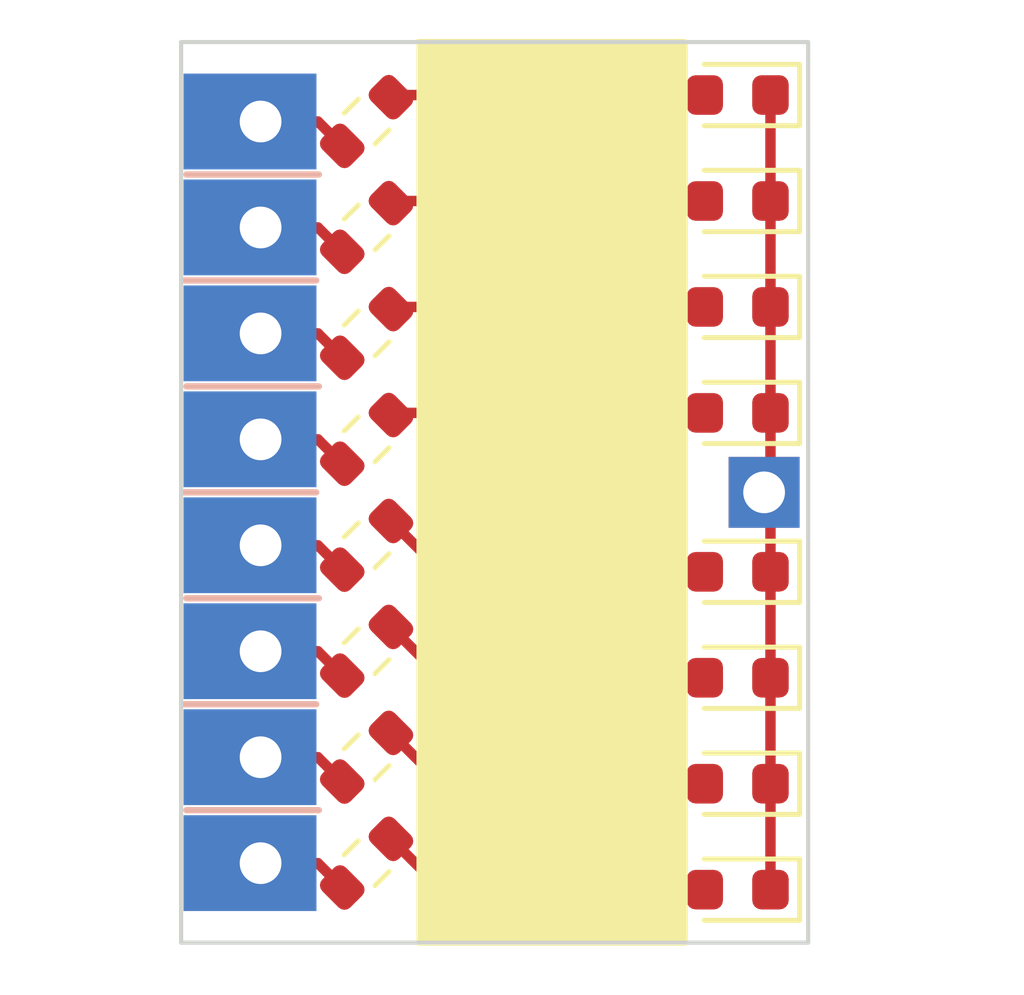
<source format=kicad_pcb>
(kicad_pcb (version 20221018) (generator pcbnew)
  (layers (0 "F.Cu" signal) (31 "B.Cu" signal) (34 "B.Paste" user) (35 "F.Paste" user) (36 "B.SilkS" user "B.Silkscreen") (37 "F.SilkS" user "F.Silkscreen") (38 "B.Mask" user) (39 "F.Mask" user) (44 "Edge.Cuts" user))
  (net 0 "")
  (net 1 "Net-(D1-K)")
  (net 2 "Net-(D1-A)")
  (net 3 "Net-(D2-A)")
  (net 4 "Net-(D3-A)")
  (net 5 "Net-(D4-A)")
  (net 6 "Net-(D5-A)")
  (net 7 "Net-(D6-A)")
  (net 8 "Net-(D7-A)")
  (net 9 "Net-(D8-A)")
  (net 10 "Net-(J1-Pin_1)")
  (net 11 "Net-(J1-Pin_2)")
  (net 12 "Net-(J1-Pin_3)")
  (net 13 "Net-(J1-Pin_4)")
  (net 14 "Net-(J1-Pin_5)")
  (net 15 "Net-(J1-Pin_6)")
  (net 16 "Net-(J1-Pin_7)")
  (net 17 "Net-(J1-Pin_8)")
  (footprint "Resistor_SMD:R_0603_1608Metric" (layer "F.Cu") (at 109.22 118.11 45)
    (fp_text reference "R8" hide)
    (fp_text value "R")
    (fp_line (start -0.237258 -0.5225) (end 0.237258 -0.5225) (stroke (width 0.12)) (layer "F.SilkS"))
    (fp_line (start -0.237258 0.5225) (end 0.237258 0.5225) (stroke (width 0.12)) (layer "F.SilkS"))
    (pad "1" smd roundrect (at -0.825 0 45) (size 0.8 0.95) (layers "F.Cu" "F.Paste" "F.Mask") (net 17 "Net-(J1-Pin_8)"))
    (pad "2" smd roundrect (at 0.825 0 45) (size 0.8 0.95) (layers "F.Cu" "F.Paste" "F.Mask") (net 9 "Net-(D8-A)"))
  )
  (footprint "Resistor_SMD:R_0603_1608Metric" (layer "F.Cu") (at 109.22 113.03 45)
    (fp_text reference "R6" hide)
    (fp_text value "R")
    (fp_line (start -0.237258 -0.5225) (end 0.237258 -0.5225) (stroke (width 0.12)) (layer "F.SilkS"))
    (fp_line (start -0.237258 0.5225) (end 0.237258 0.5225) (stroke (width 0.12)) (layer "F.SilkS"))
    (pad "1" smd roundrect (at -0.825 0 45) (size 0.8 0.95) (layers "F.Cu" "F.Paste" "F.Mask") (net 15 "Net-(J1-Pin_6)"))
    (pad "2" smd roundrect (at 0.825 0 45) (size 0.8 0.95) (layers "F.Cu" "F.Paste" "F.Mask") (net 7 "Net-(D6-A)"))
  )
  (footprint "Resistor_SMD:R_0603_1608Metric" (layer "F.Cu") (at 109.22 105.41 45)
    (fp_text reference "R3" hide)
    (fp_text value "R")
    (fp_line (start -0.237258 -0.5225) (end 0.237258 -0.5225) (stroke (width 0.12)) (layer "F.SilkS"))
    (fp_line (start -0.237258 0.5225) (end 0.237258 0.5225) (stroke (width 0.12)) (layer "F.SilkS"))
    (pad "1" smd roundrect (at -0.825 0 45) (size 0.8 0.95) (layers "F.Cu" "F.Paste" "F.Mask") (net 12 "Net-(J1-Pin_3)"))
    (pad "2" smd roundrect (at 0.825 0 45) (size 0.8 0.95) (layers "F.Cu" "F.Paste" "F.Mask") (net 4 "Net-(D3-A)"))
  )
  (footprint "Resistor_SMD:R_0603_1608Metric" (layer "F.Cu") (at 109.22 110.49 45)
    (fp_text reference "R5" hide)
    (fp_text value "R")
    (fp_line (start -0.237258 -0.5225) (end 0.237258 -0.5225) (stroke (width 0.12)) (layer "F.SilkS"))
    (fp_line (start -0.237258 0.5225) (end 0.237258 0.5225) (stroke (width 0.12)) (layer "F.SilkS"))
    (pad "1" smd roundrect (at -0.825 0 45) (size 0.8 0.95) (layers "F.Cu" "F.Paste" "F.Mask") (net 14 "Net-(J1-Pin_5)"))
    (pad "2" smd roundrect (at 0.825 0 45) (size 0.8 0.95) (layers "F.Cu" "F.Paste" "F.Mask") (net 6 "Net-(D5-A)"))
  )
  (footprint "LED_SMD:LED_0603_1608Metric" (layer "F.Cu") (at 118.11 102.235 180)
    (fp_text reference "D2" hide)
    (fp_text value "LED_Small")
    (fp_line (start -1.485 -0.735) (end -1.485 0.735) (stroke (width 0.12)) (layer "F.SilkS"))
    (fp_line (start -1.485 0.735) (end 0.8 0.735) (stroke (width 0.12)) (layer "F.SilkS"))
    (fp_line (start 0.8 -0.735) (end -1.485 -0.735) (stroke (width 0.12)) (layer "F.SilkS"))
    (pad "1" smd roundrect (at -0.7875 0 180) (size 0.875 0.95) (layers "F.Cu" "F.Paste" "F.Mask") (net 1 "Net-(D1-K)"))
    (pad "2" smd roundrect (at 0.7875 0 180) (size 0.875 0.95) (layers "F.Cu" "F.Paste" "F.Mask") (net 3 "Net-(D2-A)"))
  )
  (footprint "LED_SMD:LED_0603_1608Metric" (layer "F.Cu") (at 118.11 111.125 180)
    (fp_text reference "D5" hide)
    (fp_text value "LED_Small")
    (fp_line (start -1.485 -0.735) (end -1.485 0.735) (stroke (width 0.12)) (layer "F.SilkS"))
    (fp_line (start -1.485 0.735) (end 0.8 0.735) (stroke (width 0.12)) (layer "F.SilkS"))
    (fp_line (start 0.8 -0.735) (end -1.485 -0.735) (stroke (width 0.12)) (layer "F.SilkS"))
    (pad "1" smd roundrect (at -0.7875 0 180) (size 0.875 0.95) (layers "F.Cu" "F.Paste" "F.Mask") (net 1 "Net-(D1-K)"))
    (pad "2" smd roundrect (at 0.7875 0 180) (size 0.875 0.95) (layers "F.Cu" "F.Paste" "F.Mask") (net 6 "Net-(D5-A)"))
  )
  (footprint "LED_SMD:LED_0603_1608Metric" (layer "F.Cu") (at 118.11 99.695 180)
    (fp_text reference "D1" hide)
    (fp_text value "LED_Small")
    (fp_line (start -1.485 -0.735) (end -1.485 0.735) (stroke (width 0.12)) (layer "F.SilkS"))
    (fp_line (start -1.485 0.735) (end 0.8 0.735) (stroke (width 0.12)) (layer "F.SilkS"))
    (fp_line (start 0.8 -0.735) (end -1.485 -0.735) (stroke (width 0.12)) (layer "F.SilkS"))
    (pad "1" smd roundrect (at -0.7875 0 180) (size 0.875 0.95) (layers "F.Cu" "F.Paste" "F.Mask") (net 1 "Net-(D1-K)"))
    (pad "2" smd roundrect (at 0.7875 0 180) (size 0.875 0.95) (layers "F.Cu" "F.Paste" "F.Mask") (net 2 "Net-(D1-A)"))
  )
  (footprint "Resistor_SMD:R_0603_1608Metric" (layer "F.Cu") (at 109.22 115.57 45)
    (fp_text reference "R7" hide)
    (fp_text value "R")
    (fp_line (start -0.237258 -0.5225) (end 0.237258 -0.5225) (stroke (width 0.12)) (layer "F.SilkS"))
    (fp_line (start -0.237258 0.5225) (end 0.237258 0.5225) (stroke (width 0.12)) (layer "F.SilkS"))
    (pad "1" smd roundrect (at -0.825 0 45) (size 0.8 0.95) (layers "F.Cu" "F.Paste" "F.Mask") (net 16 "Net-(J1-Pin_7)"))
    (pad "2" smd roundrect (at 0.825 0 45) (size 0.8 0.95) (layers "F.Cu" "F.Paste" "F.Mask") (net 8 "Net-(D7-A)"))
  )
  (footprint "LED_SMD:LED_0603_1608Metric" (layer "F.Cu") (at 118.11 107.315 180)
    (fp_text reference "D4" hide)
    (fp_text value "LED_Small")
    (fp_line (start -1.485 -0.735) (end -1.485 0.735) (stroke (width 0.12)) (layer "F.SilkS"))
    (fp_line (start -1.485 0.735) (end 0.8 0.735) (stroke (width 0.12)) (layer "F.SilkS"))
    (fp_line (start 0.8 -0.735) (end -1.485 -0.735) (stroke (width 0.12)) (layer "F.SilkS"))
    (pad "1" smd roundrect (at -0.7875 0 180) (size 0.875 0.95) (layers "F.Cu" "F.Paste" "F.Mask") (net 1 "Net-(D1-K)"))
    (pad "2" smd roundrect (at 0.7875 0 180) (size 0.875 0.95) (layers "F.Cu" "F.Paste" "F.Mask") (net 5 "Net-(D4-A)"))
  )
  (footprint "Resistor_SMD:R_0603_1608Metric" (layer "F.Cu") (at 109.22 100.33 45)
    (fp_text reference "R1" hide)
    (fp_text value "R")
    (fp_line (start -0.237258 -0.5225) (end 0.237258 -0.5225) (stroke (width 0.12)) (layer "F.SilkS"))
    (fp_line (start -0.237258 0.5225) (end 0.237258 0.5225) (stroke (width 0.12)) (layer "F.SilkS"))
    (pad "1" smd roundrect (at -0.825 0 45) (size 0.8 0.95) (layers "F.Cu" "F.Paste" "F.Mask") (net 10 "Net-(J1-Pin_1)"))
    (pad "2" smd roundrect (at 0.825 0 45) (size 0.8 0.95) (layers "F.Cu" "F.Paste" "F.Mask") (net 2 "Net-(D1-A)"))
  )
  (footprint "Resistor_SMD:R_0603_1608Metric" (layer "F.Cu") (at 109.22 107.95 45)
    (fp_text reference "R4" hide)
    (fp_text value "R")
    (fp_line (start -0.237258 -0.5225) (end 0.237258 -0.5225) (stroke (width 0.12)) (layer "F.SilkS"))
    (fp_line (start -0.237258 0.5225) (end 0.237258 0.5225) (stroke (width 0.12)) (layer "F.SilkS"))
    (pad "1" smd roundrect (at -0.825 0 45) (size 0.8 0.95) (layers "F.Cu" "F.Paste" "F.Mask") (net 13 "Net-(J1-Pin_4)"))
    (pad "2" smd roundrect (at 0.825 0 45) (size 0.8 0.95) (layers "F.Cu" "F.Paste" "F.Mask") (net 5 "Net-(D4-A)"))
  )
  (footprint "Resistor_SMD:R_0603_1608Metric" (layer "F.Cu") (at 109.22 102.87 45)
    (fp_text reference "R2" hide)
    (fp_text value "R")
    (fp_line (start -0.237258 -0.5225) (end 0.237258 -0.5225) (stroke (width 0.12)) (layer "F.SilkS"))
    (fp_line (start -0.237258 0.5225) (end 0.237258 0.5225) (stroke (width 0.12)) (layer "F.SilkS"))
    (pad "1" smd roundrect (at -0.825 0 45) (size 0.8 0.95) (layers "F.Cu" "F.Paste" "F.Mask") (net 11 "Net-(J1-Pin_2)"))
    (pad "2" smd roundrect (at 0.825 0 45) (size 0.8 0.95) (layers "F.Cu" "F.Paste" "F.Mask") (net 3 "Net-(D2-A)"))
  )
  (footprint "LED_SMD:LED_0603_1608Metric" (layer "F.Cu") (at 118.11 116.205 180)
    (fp_text reference "D7" hide)
    (fp_text value "LED_Small")
    (fp_line (start -1.485 -0.735) (end -1.485 0.735) (stroke (width 0.12)) (layer "F.SilkS"))
    (fp_line (start -1.485 0.735) (end 0.8 0.735) (stroke (width 0.12)) (layer "F.SilkS"))
    (fp_line (start 0.8 -0.735) (end -1.485 -0.735) (stroke (width 0.12)) (layer "F.SilkS"))
    (pad "1" smd roundrect (at -0.7875 0 180) (size 0.875 0.95) (layers "F.Cu" "F.Paste" "F.Mask") (net 1 "Net-(D1-K)"))
    (pad "2" smd roundrect (at 0.7875 0 180) (size 0.875 0.95) (layers "F.Cu" "F.Paste" "F.Mask") (net 8 "Net-(D7-A)"))
  )
  (footprint "LED_SMD:LED_0603_1608Metric" (layer "F.Cu") (at 118.11 104.775 180)
    (fp_text reference "D3" hide)
    (fp_text value "LED_Small")
    (fp_line (start -1.485 -0.735) (end -1.485 0.735) (stroke (width 0.12)) (layer "F.SilkS"))
    (fp_line (start -1.485 0.735) (end 0.8 0.735) (stroke (width 0.12)) (layer "F.SilkS"))
    (fp_line (start 0.8 -0.735) (end -1.485 -0.735) (stroke (width 0.12)) (layer "F.SilkS"))
    (pad "1" smd roundrect (at -0.7875 0 180) (size 0.875 0.95) (layers "F.Cu" "F.Paste" "F.Mask") (net 1 "Net-(D1-K)"))
    (pad "2" smd roundrect (at 0.7875 0 180) (size 0.875 0.95) (layers "F.Cu" "F.Paste" "F.Mask") (net 4 "Net-(D3-A)"))
  )
  (footprint "LED_SMD:LED_0603_1608Metric" (layer "F.Cu") (at 118.11 113.665 180)
    (fp_text reference "D6" hide)
    (fp_text value "LED_Small")
    (fp_line (start -1.485 -0.735) (end -1.485 0.735) (stroke (width 0.12)) (layer "F.SilkS"))
    (fp_line (start -1.485 0.735) (end 0.8 0.735) (stroke (width 0.12)) (layer "F.SilkS"))
    (fp_line (start 0.8 -0.735) (end -1.485 -0.735) (stroke (width 0.12)) (layer "F.SilkS"))
    (pad "1" smd roundrect (at -0.7875 0 180) (size 0.875 0.95) (layers "F.Cu" "F.Paste" "F.Mask") (net 1 "Net-(D1-K)"))
    (pad "2" smd roundrect (at 0.7875 0 180) (size 0.875 0.95) (layers "F.Cu" "F.Paste" "F.Mask") (net 7 "Net-(D6-A)"))
  )
  (footprint "LED_SMD:LED_0603_1608Metric" (layer "F.Cu") (at 118.11 118.745 180)
    (fp_text reference "D8" hide)
    (fp_text value "LED_Small")
    (fp_line (start -1.485 -0.735) (end -1.485 0.735) (stroke (width 0.12)) (layer "F.SilkS"))
    (fp_line (start -1.485 0.735) (end 0.8 0.735) (stroke (width 0.12)) (layer "F.SilkS"))
    (fp_line (start 0.8 -0.735) (end -1.485 -0.735) (stroke (width 0.12)) (layer "F.SilkS"))
    (pad "1" smd roundrect (at -0.7875 0 180) (size 0.875 0.95) (layers "F.Cu" "F.Paste" "F.Mask") (net 1 "Net-(D1-K)"))
    (pad "2" smd roundrect (at 0.7875 0 180) (size 0.875 0.95) (layers "F.Cu" "F.Paste" "F.Mask") (net 9 "Net-(D8-A)"))
  )
  (footprint "Connector_PinHeader_2.54mm:PinHeader_1x01_P2.54mm_Vertical" (layer "F.Cu") (at 118.745 109.22)
    (fp_text reference "J2" hide)
    (fp_text value "Conn_01x01_Pin")
    (pad "1" thru_hole rect (at 0 0) (size 1.7 1.7) (drill 1) (layers "*.Cu" "*.Mask") (net 1 "Net-(D1-K)"))
  )
  (footprint "Connector_PinHeader_2.54mm:PinHeader_1x08_P2.54mm_Vertical" (layer "B.Cu") (at 106.68 100.33 180)
    (fp_text reference "J1" hide)
    (fp_text value "Conn_01x08_Pin")
    (pad "1" thru_hole rect (at 0 0 180) (size 1.7 1.7) (drill 1) (layers "*.Cu" "*.Mask") (net 10 "Net-(J1-Pin_1)"))
    (pad "2" thru_hole rect (at 0 -2.54 180) (size 1.7 1.7) (drill 1) (layers "*.Cu" "*.Mask") (net 11 "Net-(J1-Pin_2)"))
    (pad "3" thru_hole rect (at 0 -5.08 180) (size 1.7 1.7) (drill 1) (layers "*.Cu" "*.Mask") (net 12 "Net-(J1-Pin_3)"))
    (pad "4" thru_hole rect (at 0 -7.62 180) (size 1.7 1.7) (drill 1) (layers "*.Cu" "*.Mask") (net 13 "Net-(J1-Pin_4)"))
    (pad "5" thru_hole rect (at 0 -10.16 180) (size 1.7 1.7) (drill 1) (layers "*.Cu" "*.Mask") (net 14 "Net-(J1-Pin_5)"))
    (pad "6" thru_hole rect (at 0 -12.7 180) (size 1.7 1.7) (drill 1) (layers "*.Cu" "*.Mask") (net 15 "Net-(J1-Pin_6)"))
    (pad "7" thru_hole rect (at 0 -15.24 180) (size 1.7 1.7) (drill 1) (layers "*.Cu" "*.Mask") (net 16 "Net-(J1-Pin_7)"))
    (pad "8" thru_hole rect (at 0 -17.78 180) (size 1.7 1.7) (drill 1) (layers "*.Cu" "*.Mask") (net 17 "Net-(J1-Pin_8)"))
  )
  (gr_rect (start 104.8385 106.807) (end 108.0135 109.093) (stroke (width 0.01)) (fill solid) (layer "B.Cu"))
  (gr_rect (start 104.8385 109.347) (end 108.0135 111.633) (stroke (width 0.01)) (fill solid) (layer "B.Cu"))
  (gr_rect (start 104.8385 116.967) (end 108.0135 119.253) (stroke (width 0.01)) (fill solid) (layer "B.Cu"))
  (gr_rect (start 104.8385 101.727) (end 108.0135 104.013) (stroke (width 0.01)) (fill solid) (layer "B.Cu"))
  (gr_rect (start 104.8385 104.267) (end 108.0135 106.553) (stroke (width 0.01)) (fill solid) (layer "B.Cu"))
  (gr_rect (start 104.8385 99.187) (end 108.0135 101.473) (stroke (width 0.01)) (fill solid) (layer "B.Cu"))
  (gr_rect (start 104.8385 111.887) (end 108.0135 114.173) (stroke (width 0.01)) (fill solid) (layer "B.Cu"))
  (gr_rect (start 104.8385 114.427) (end 108.0135 116.713) (stroke (width 0.01)) (fill solid) (layer "B.Cu"))
  (gr_line (start 104.902 106.68) (end 108.077 106.68) (stroke (width 0.15)) (layer "B.SilkS"))
  (gr_line (start 104.8385 109.22) (end 108.0135 109.22) (stroke (width 0.15)) (layer "B.SilkS"))
  (gr_line (start 104.8385 104.14) (end 108.0135 104.14) (stroke (width 0.15)) (layer "B.SilkS"))
  (gr_line (start 104.902 111.76) (end 108.077 111.76) (stroke (width 0.15)) (layer "B.SilkS"))
  (gr_line (start 104.8385 114.3) (end 108.0135 114.3) (stroke (width 0.15)) (layer "B.SilkS"))
  (gr_line (start 104.902 116.84) (end 108.077 116.84) (stroke (width 0.15)) (layer "B.SilkS"))
  (gr_line (start 104.902 101.6) (end 108.077 101.6) (stroke (width 0.15)) (layer "B.SilkS"))
  (gr_rect (start 110.49 98.425) (end 116.84 120.015) (stroke (width 0.15)) (fill solid) (layer "F.SilkS"))
  (gr_line (start 119.8 98.425) (end 104.775 98.425) (stroke (width 0.1)) (layer "Edge.Cuts"))
  (gr_line (start 104.775 120.015) (end 119.8 120.015) (stroke (width 0.1)) (layer "Edge.Cuts"))
  (gr_line (start 104.775 98.425) (end 104.775 120.015) (stroke (width 0.1)) (layer "Edge.Cuts"))
  (gr_line (start 119.8 120.015) (end 119.8 98.425) (stroke (width 0.1)) (layer "Edge.Cuts"))
  (segment (start 118.8975 107.315) (end 118.8975 108.4325) (width 0.25) (layer "F.Cu") (net 1))
  (segment (start 118.8975 107.315) (end 118.8975 99.695) (width 0.25) (layer "F.Cu") (net 1))
  (segment (start 118.8975 110.0075) (end 118.11 109.22) (width 0.25) (layer "F.Cu") (net 1))
  (segment (start 118.8975 108.4325) (end 118.11 109.22) (width 0.25) (layer "F.Cu") (net 1))
  (segment (start 118.8975 111.125) (end 118.8975 110.0075) (width 0.25) (layer "F.Cu") (net 1))
  (segment (start 118.8975 118.745) (end 118.8975 111.125) (width 0.25) (layer "F.Cu") (net 1))
  (segment (start 117.3225 99.695) (end 109.855 99.695) (width 0.25) (layer "F.Cu") (net 2))
  (segment (start 109.855 99.695) (end 109.803363 99.746637) (width 0.25) (layer "F.Cu") (net 2))
  (segment (start 109.855 102.235) (end 109.803363 102.286637) (width 0.25) (layer "F.Cu") (net 3))
  (segment (start 117.3225 102.235) (end 109.855 102.235) (width 0.25) (layer "F.Cu") (net 3))
  (segment (start 117.3225 104.775) (end 109.855 104.775) (width 0.25) (layer "F.Cu") (net 4))
  (segment (start 109.855 104.775) (end 109.803363 104.826637) (width 0.25) (layer "F.Cu") (net 4))
  (segment (start 117.3225 107.315) (end 109.855 107.315) (width 0.25) (layer "F.Cu") (net 5))
  (segment (start 109.855 107.315) (end 109.803363 107.366637) (width 0.25) (layer "F.Cu") (net 5))
  (segment (start 117.3225 111.125) (end 111.021726 111.125) (width 0.25) (layer "F.Cu") (net 6))
  (segment (start 111.021726 111.125) (end 109.803363 109.906637) (width 0.25) (layer "F.Cu") (net 6))
  (segment (start 117.3225 113.665) (end 111.021726 113.665) (width 0.25) (layer "F.Cu") (net 7))
  (segment (start 111.021726 113.665) (end 109.803363 112.446637) (width 0.25) (layer "F.Cu") (net 7))
  (segment (start 111.021726 116.205) (end 109.803363 114.986637) (width 0.25) (layer "F.Cu") (net 8))
  (segment (start 117.3225 116.205) (end 111.021726 116.205) (width 0.25) (layer "F.Cu") (net 8))
  (segment (start 117.3225 118.745) (end 111.021726 118.745) (width 0.25) (layer "F.Cu") (net 9))
  (segment (start 111.021726 118.745) (end 109.803363 117.526637) (width 0.25) (layer "F.Cu") (net 9))
  (segment (start 108.053274 100.33) (end 108.636637 100.913363) (width 0.25) (layer "F.Cu") (net 10))
  (segment (start 106.68 100.33) (end 108.053274 100.33) (width 0.25) (layer "F.Cu") (net 10))
  (segment (start 106.68 102.87) (end 108.053274 102.87) (width 0.25) (layer "F.Cu") (net 11))
  (segment (start 108.053274 102.87) (end 108.636637 103.453363) (width 0.25) (layer "F.Cu") (net 11))
  (segment (start 106.68 105.41) (end 108.053274 105.41) (width 0.25) (layer "F.Cu") (net 12))
  (segment (start 108.053274 105.41) (end 108.636637 105.993363) (width 0.25) (layer "F.Cu") (net 12))
  (segment (start 108.053274 107.95) (end 108.636637 108.533363) (width 0.25) (layer "F.Cu") (net 13))
  (segment (start 106.68 107.95) (end 108.053274 107.95) (width 0.25) (layer "F.Cu") (net 13))
  (segment (start 106.68 110.49) (end 108.053274 110.49) (width 0.25) (layer "F.Cu") (net 14))
  (segment (start 108.053274 110.49) (end 108.636637 111.073363) (width 0.25) (layer "F.Cu") (net 14))
  (segment (start 106.68 113.03) (end 108.053274 113.03) (width 0.25) (layer "F.Cu") (net 15))
  (segment (start 108.053274 113.03) (end 108.636637 113.613363) (width 0.25) (layer "F.Cu") (net 15))
  (segment (start 106.68 115.57) (end 108.053274 115.57) (width 0.25) (layer "F.Cu") (net 16))
  (segment (start 108.053274 115.57) (end 108.636637 116.153363) (width 0.25) (layer "F.Cu") (net 16))
  (segment (start 106.68 118.11) (end 108.053274 118.11) (width 0.25) (layer "F.Cu") (net 17))
  (segment (start 108.053274 118.11) (end 108.636637 118.693363) (width 0.25) (layer "F.Cu") (net 17))
)
</source>
